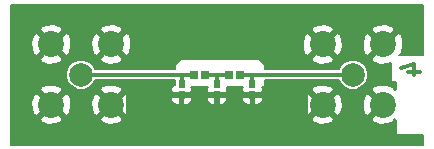
<source format=gbl>
G04 #@! TF.FileFunction,Copper,L4,Bot,Signal*
%FSLAX46Y46*%
G04 Gerber Fmt 4.6, Leading zero omitted, Abs format (unit mm)*
G04 Created by KiCad (PCBNEW (2015-02-20 BZR 5435)-product) date Sun 22 Feb 2015 03:58:16 PM EST*
%MOMM*%
G01*
G04 APERTURE LIST*
%ADD10C,0.100000*%
%ADD11C,0.300000*%
%ADD12C,2.000000*%
%ADD13C,2.200000*%
%ADD14R,0.600000X0.650000*%
%ADD15R,0.650000X0.700000*%
%ADD16C,0.600000*%
%ADD17C,0.341000*%
%ADD18C,0.150000*%
G04 APERTURE END LIST*
D10*
D11*
X131678571Y-75785715D02*
X132678571Y-75785715D01*
X131107143Y-75428572D02*
X132178571Y-75071429D01*
X132178571Y-76000001D01*
D12*
X104000000Y-76000000D03*
D13*
X101450000Y-73450000D03*
X106550000Y-73450000D03*
X101450000Y-78550000D03*
X106550000Y-78550000D03*
D12*
X127000000Y-76000000D03*
D13*
X124450000Y-73450000D03*
X129550000Y-73450000D03*
X124450000Y-78550000D03*
X129550000Y-78550000D03*
D14*
X112500000Y-76800000D03*
X112500000Y-77700000D03*
X115500000Y-76800000D03*
X115500000Y-77700000D03*
X118500000Y-76800000D03*
X118500000Y-77700000D03*
D15*
X114450000Y-76000000D03*
X113550000Y-76000000D03*
X117450000Y-76000000D03*
X116550000Y-76000000D03*
D16*
X99000000Y-81000000D03*
X102000000Y-81000000D03*
X105000000Y-81000000D03*
X108000000Y-81000000D03*
X111000000Y-81000000D03*
X114000000Y-81000000D03*
X117000000Y-81000000D03*
X120000000Y-81000000D03*
X123000000Y-81000000D03*
X126000000Y-81000000D03*
X129000000Y-81000000D03*
X132000000Y-71000000D03*
X129000000Y-71000000D03*
X126000000Y-71000000D03*
X123000000Y-71000000D03*
X120000000Y-71000000D03*
X117000000Y-71000000D03*
X114000000Y-71000000D03*
X111000000Y-71000000D03*
X108000000Y-71000000D03*
X105000000Y-71000000D03*
X105000000Y-71000000D03*
X102000000Y-71000000D03*
X99000000Y-71000000D03*
X99000000Y-76000000D03*
X111000000Y-73000000D03*
X114000000Y-73000000D03*
X117000000Y-73000000D03*
X120000000Y-73000000D03*
X111000000Y-79000000D03*
X114000000Y-79000000D03*
X117000000Y-79000000D03*
X120000000Y-79000000D03*
X108000000Y-75000000D03*
X108000000Y-77000000D03*
X123000000Y-75000000D03*
X123000000Y-77000000D03*
X132000000Y-73750000D03*
X130250000Y-81000000D03*
D17*
X112500000Y-76800000D02*
X112500000Y-76018745D01*
X112518745Y-76000000D02*
X104000000Y-76000000D01*
X112500000Y-76018745D02*
X112518745Y-76000000D01*
X113550000Y-76000000D02*
X112518745Y-76000000D01*
X118500000Y-76076045D02*
X118576045Y-76000000D01*
X118500000Y-76800000D02*
X118500000Y-76076045D01*
X118576045Y-76000000D02*
X127000000Y-76000000D01*
X117450000Y-76000000D02*
X118576045Y-76000000D01*
X132000000Y-71000000D02*
X129000000Y-71000000D01*
X126000000Y-71000000D02*
X123000000Y-71000000D01*
X120000000Y-71000000D02*
X117000000Y-71000000D01*
X114000000Y-71000000D02*
X111000000Y-71000000D01*
X108000000Y-71000000D02*
X105000000Y-71000000D01*
X102000000Y-71000000D02*
X99000000Y-71000000D01*
X111000000Y-73000000D02*
X114000000Y-73000000D01*
X117000000Y-73000000D02*
X120000000Y-73000000D01*
X111000000Y-79000000D02*
X114000000Y-79000000D01*
X117000000Y-79000000D02*
X120000000Y-79000000D01*
X108000000Y-81000000D02*
X108000000Y-77000000D01*
X123000000Y-81000000D02*
X123000000Y-77000000D01*
X115500000Y-76036578D02*
X115463422Y-76000000D01*
X115500000Y-76800000D02*
X115500000Y-76036578D01*
X115463422Y-76000000D02*
X116550000Y-76000000D01*
X114450000Y-76000000D02*
X115463422Y-76000000D01*
D18*
G36*
X132925000Y-81925000D02*
X130526505Y-81925000D01*
X126151243Y-81925000D01*
X126151243Y-78774346D01*
X126107597Y-78106231D01*
X125935890Y-77691694D01*
X125679649Y-77573495D01*
X125426505Y-77826639D01*
X125426505Y-77320351D01*
X125308306Y-77064110D01*
X124674346Y-76848757D01*
X124006231Y-76892403D01*
X123591694Y-77064110D01*
X123473495Y-77320351D01*
X124450000Y-78296856D01*
X125426505Y-77320351D01*
X125426505Y-77826639D01*
X124703144Y-78550000D01*
X125679649Y-79526505D01*
X125935890Y-79408306D01*
X126151243Y-78774346D01*
X126151243Y-81925000D01*
X125426505Y-81925000D01*
X125426505Y-79779649D01*
X124450000Y-78803144D01*
X124196856Y-79056288D01*
X124196856Y-78550000D01*
X123220351Y-77573495D01*
X122964110Y-77691694D01*
X122748757Y-78325654D01*
X122792403Y-78993769D01*
X122964110Y-79408306D01*
X123220351Y-79526505D01*
X124196856Y-78550000D01*
X124196856Y-79056288D01*
X123473495Y-79779649D01*
X123591694Y-80035890D01*
X124225654Y-80251243D01*
X124893769Y-80207597D01*
X125308306Y-80035890D01*
X125426505Y-79779649D01*
X125426505Y-81925000D01*
X119383000Y-81925000D01*
X119383000Y-78140966D01*
X119383000Y-78008250D01*
X119237250Y-77862500D01*
X118650000Y-77862500D01*
X118650000Y-78462250D01*
X118795750Y-78608000D01*
X118915966Y-78608000D01*
X119130243Y-78519244D01*
X119294244Y-78355243D01*
X119383000Y-78140966D01*
X119383000Y-81925000D01*
X118350000Y-81925000D01*
X118350000Y-78462250D01*
X118350000Y-77862500D01*
X117762750Y-77862500D01*
X117617000Y-78008250D01*
X117617000Y-78140966D01*
X117705756Y-78355243D01*
X117869757Y-78519244D01*
X118084034Y-78608000D01*
X118204250Y-78608000D01*
X118350000Y-78462250D01*
X118350000Y-81925000D01*
X116383000Y-81925000D01*
X116383000Y-78140966D01*
X116383000Y-78008250D01*
X116237250Y-77862500D01*
X115650000Y-77862500D01*
X115650000Y-78462250D01*
X115795750Y-78608000D01*
X115915966Y-78608000D01*
X116130243Y-78519244D01*
X116294244Y-78355243D01*
X116383000Y-78140966D01*
X116383000Y-81925000D01*
X115350000Y-81925000D01*
X115350000Y-78462250D01*
X115350000Y-77862500D01*
X114762750Y-77862500D01*
X114617000Y-78008250D01*
X114617000Y-78140966D01*
X114705756Y-78355243D01*
X114869757Y-78519244D01*
X115084034Y-78608000D01*
X115204250Y-78608000D01*
X115350000Y-78462250D01*
X115350000Y-81925000D01*
X113383000Y-81925000D01*
X113383000Y-78140966D01*
X113383000Y-78008250D01*
X113237250Y-77862500D01*
X112650000Y-77862500D01*
X112650000Y-78462250D01*
X112795750Y-78608000D01*
X112915966Y-78608000D01*
X113130243Y-78519244D01*
X113294244Y-78355243D01*
X113383000Y-78140966D01*
X113383000Y-81925000D01*
X112350000Y-81925000D01*
X112350000Y-78462250D01*
X112350000Y-77862500D01*
X111762750Y-77862500D01*
X111617000Y-78008250D01*
X111617000Y-78140966D01*
X111705756Y-78355243D01*
X111869757Y-78519244D01*
X112084034Y-78608000D01*
X112204250Y-78608000D01*
X112350000Y-78462250D01*
X112350000Y-81925000D01*
X108251243Y-81925000D01*
X108251243Y-78774346D01*
X108207597Y-78106231D01*
X108035890Y-77691694D01*
X107779649Y-77573495D01*
X107526505Y-77826639D01*
X107526505Y-77320351D01*
X107408306Y-77064110D01*
X106774346Y-76848757D01*
X106106231Y-76892403D01*
X105691694Y-77064110D01*
X105573495Y-77320351D01*
X106550000Y-78296856D01*
X107526505Y-77320351D01*
X107526505Y-77826639D01*
X106803144Y-78550000D01*
X107779649Y-79526505D01*
X108035890Y-79408306D01*
X108251243Y-78774346D01*
X108251243Y-81925000D01*
X107526505Y-81925000D01*
X107526505Y-79779649D01*
X106550000Y-78803144D01*
X106296856Y-79056288D01*
X106296856Y-78550000D01*
X105320351Y-77573495D01*
X105064110Y-77691694D01*
X104848757Y-78325654D01*
X104892403Y-78993769D01*
X105064110Y-79408306D01*
X105320351Y-79526505D01*
X106296856Y-78550000D01*
X106296856Y-79056288D01*
X105573495Y-79779649D01*
X105691694Y-80035890D01*
X106325654Y-80251243D01*
X106993769Y-80207597D01*
X107408306Y-80035890D01*
X107526505Y-79779649D01*
X107526505Y-81925000D01*
X103151243Y-81925000D01*
X103151243Y-78774346D01*
X103107597Y-78106231D01*
X102935890Y-77691694D01*
X102679649Y-77573495D01*
X102426505Y-77826639D01*
X102426505Y-77320351D01*
X102426505Y-74679649D01*
X101450000Y-73703144D01*
X101196856Y-73956288D01*
X101196856Y-73450000D01*
X100220351Y-72473495D01*
X99964110Y-72591694D01*
X99748757Y-73225654D01*
X99792403Y-73893769D01*
X99964110Y-74308306D01*
X100220351Y-74426505D01*
X101196856Y-73450000D01*
X101196856Y-73956288D01*
X100473495Y-74679649D01*
X100591694Y-74935890D01*
X101225654Y-75151243D01*
X101893769Y-75107597D01*
X102308306Y-74935890D01*
X102426505Y-74679649D01*
X102426505Y-77320351D01*
X102308306Y-77064110D01*
X101674346Y-76848757D01*
X101006231Y-76892403D01*
X100591694Y-77064110D01*
X100473495Y-77320351D01*
X101450000Y-78296856D01*
X102426505Y-77320351D01*
X102426505Y-77826639D01*
X101703144Y-78550000D01*
X102679649Y-79526505D01*
X102935890Y-79408306D01*
X103151243Y-78774346D01*
X103151243Y-81925000D01*
X102426505Y-81925000D01*
X102426505Y-79779649D01*
X101450000Y-78803144D01*
X101196856Y-79056288D01*
X101196856Y-78550000D01*
X100220351Y-77573495D01*
X99964110Y-77691694D01*
X99748757Y-78325654D01*
X99792403Y-78993769D01*
X99964110Y-79408306D01*
X100220351Y-79526505D01*
X101196856Y-78550000D01*
X101196856Y-79056288D01*
X100473495Y-79779649D01*
X100591694Y-80035890D01*
X101225654Y-80251243D01*
X101893769Y-80207597D01*
X102308306Y-80035890D01*
X102426505Y-79779649D01*
X102426505Y-81925000D01*
X98075000Y-81925000D01*
X98075000Y-70075000D01*
X132925000Y-70075000D01*
X132925000Y-74360714D01*
X130922275Y-74360714D01*
X131035890Y-74308306D01*
X131251243Y-73674346D01*
X131207597Y-73006231D01*
X131035890Y-72591694D01*
X130779649Y-72473495D01*
X130526505Y-72726639D01*
X130526505Y-72220351D01*
X130408306Y-71964110D01*
X129774346Y-71748757D01*
X129106231Y-71792403D01*
X128691694Y-71964110D01*
X128573495Y-72220351D01*
X129550000Y-73196856D01*
X130526505Y-72220351D01*
X130526505Y-72726639D01*
X129803144Y-73450000D01*
X129817286Y-73464142D01*
X129564142Y-73717286D01*
X129550000Y-73703144D01*
X129296856Y-73956288D01*
X129296856Y-73450000D01*
X128320351Y-72473495D01*
X128064110Y-72591694D01*
X127848757Y-73225654D01*
X127892403Y-73893769D01*
X128064110Y-74308306D01*
X128320351Y-74426505D01*
X129296856Y-73450000D01*
X129296856Y-73956288D01*
X128573495Y-74679649D01*
X128691694Y-74935890D01*
X129325654Y-75151243D01*
X129993769Y-75107597D01*
X130225000Y-75011817D01*
X130225000Y-76639285D01*
X130675000Y-76639285D01*
X130675000Y-77250327D01*
X130635763Y-77211090D01*
X130526504Y-77320348D01*
X130408306Y-77064110D01*
X129774346Y-76848757D01*
X129106231Y-76892403D01*
X128691694Y-77064110D01*
X128573495Y-77320351D01*
X129550000Y-78296856D01*
X129564142Y-78282713D01*
X129817286Y-78535857D01*
X129803144Y-78550000D01*
X129817286Y-78564142D01*
X129564142Y-78817286D01*
X129550000Y-78803144D01*
X129296856Y-79056288D01*
X129296856Y-78550000D01*
X128320351Y-77573495D01*
X128275221Y-77594312D01*
X128275221Y-75747499D01*
X128081523Y-75278714D01*
X127723173Y-74919738D01*
X127254726Y-74725222D01*
X126747499Y-74724779D01*
X126278714Y-74918477D01*
X126151243Y-75045725D01*
X126151243Y-73674346D01*
X126107597Y-73006231D01*
X125935890Y-72591694D01*
X125679649Y-72473495D01*
X125426505Y-72726639D01*
X125426505Y-72220351D01*
X125308306Y-71964110D01*
X124674346Y-71748757D01*
X124006231Y-71792403D01*
X123591694Y-71964110D01*
X123473495Y-72220351D01*
X124450000Y-73196856D01*
X125426505Y-72220351D01*
X125426505Y-72726639D01*
X124703144Y-73450000D01*
X125679649Y-74426505D01*
X125935890Y-74308306D01*
X126151243Y-73674346D01*
X126151243Y-75045725D01*
X125919738Y-75276827D01*
X125804438Y-75554500D01*
X125426505Y-75554500D01*
X125426505Y-74679649D01*
X124450000Y-73703144D01*
X124196856Y-73956288D01*
X124196856Y-73450000D01*
X123220351Y-72473495D01*
X122964110Y-72591694D01*
X122748757Y-73225654D01*
X122792403Y-73893769D01*
X122964110Y-74308306D01*
X123220351Y-74426505D01*
X124196856Y-73450000D01*
X124196856Y-73956288D01*
X123473495Y-74679649D01*
X123591694Y-74935890D01*
X124225654Y-75151243D01*
X124893769Y-75107597D01*
X125308306Y-74935890D01*
X125426505Y-74679649D01*
X125426505Y-75554500D01*
X119575000Y-75554500D01*
X119575000Y-75218934D01*
X119031066Y-74675000D01*
X112468934Y-74675000D01*
X111925000Y-75218934D01*
X111925000Y-75554500D01*
X108251243Y-75554500D01*
X108251243Y-73674346D01*
X108207597Y-73006231D01*
X108035890Y-72591694D01*
X107779649Y-72473495D01*
X107526505Y-72726639D01*
X107526505Y-72220351D01*
X107408306Y-71964110D01*
X106774346Y-71748757D01*
X106106231Y-71792403D01*
X105691694Y-71964110D01*
X105573495Y-72220351D01*
X106550000Y-73196856D01*
X107526505Y-72220351D01*
X107526505Y-72726639D01*
X106803144Y-73450000D01*
X107779649Y-74426505D01*
X108035890Y-74308306D01*
X108251243Y-73674346D01*
X108251243Y-75554500D01*
X107526505Y-75554500D01*
X107526505Y-74679649D01*
X106550000Y-73703144D01*
X106296856Y-73956288D01*
X106296856Y-73450000D01*
X105320351Y-72473495D01*
X105064110Y-72591694D01*
X104848757Y-73225654D01*
X104892403Y-73893769D01*
X105064110Y-74308306D01*
X105320351Y-74426505D01*
X106296856Y-73450000D01*
X106296856Y-73956288D01*
X105573495Y-74679649D01*
X105691694Y-74935890D01*
X106325654Y-75151243D01*
X106993769Y-75107597D01*
X107408306Y-74935890D01*
X107526505Y-74679649D01*
X107526505Y-75554500D01*
X105195475Y-75554500D01*
X105081523Y-75278714D01*
X104723173Y-74919738D01*
X104254726Y-74725222D01*
X103747499Y-74724779D01*
X103278714Y-74918477D01*
X103151243Y-75045725D01*
X103151243Y-73674346D01*
X103107597Y-73006231D01*
X102935890Y-72591694D01*
X102679649Y-72473495D01*
X102426505Y-72726639D01*
X102426505Y-72220351D01*
X102308306Y-71964110D01*
X101674346Y-71748757D01*
X101006231Y-71792403D01*
X100591694Y-71964110D01*
X100473495Y-72220351D01*
X101450000Y-73196856D01*
X102426505Y-72220351D01*
X102426505Y-72726639D01*
X101703144Y-73450000D01*
X102679649Y-74426505D01*
X102935890Y-74308306D01*
X103151243Y-73674346D01*
X103151243Y-75045725D01*
X102919738Y-75276827D01*
X102725222Y-75745274D01*
X102724779Y-76252501D01*
X102918477Y-76721286D01*
X103276827Y-77080262D01*
X103745274Y-77274778D01*
X104252501Y-77275221D01*
X104721286Y-77081523D01*
X105080262Y-76723173D01*
X105195561Y-76445500D01*
X111925000Y-76445500D01*
X111925000Y-76448134D01*
X111919612Y-76475000D01*
X111919612Y-76860105D01*
X111869757Y-76880756D01*
X111705756Y-77044757D01*
X111617000Y-77259034D01*
X111617000Y-77391750D01*
X111762750Y-77537500D01*
X112350000Y-77537500D01*
X112350000Y-77501000D01*
X112650000Y-77501000D01*
X112650000Y-77537500D01*
X113237250Y-77537500D01*
X113383000Y-77391750D01*
X113383000Y-77259034D01*
X113306770Y-77075000D01*
X114693229Y-77075000D01*
X114617000Y-77259034D01*
X114617000Y-77391750D01*
X114762750Y-77537500D01*
X115350000Y-77537500D01*
X115350000Y-77501000D01*
X115650000Y-77501000D01*
X115650000Y-77537500D01*
X116237250Y-77537500D01*
X116383000Y-77391750D01*
X116383000Y-77259034D01*
X116306770Y-77075000D01*
X117693229Y-77075000D01*
X117617000Y-77259034D01*
X117617000Y-77391750D01*
X117762750Y-77537500D01*
X118350000Y-77537500D01*
X118350000Y-77501000D01*
X118650000Y-77501000D01*
X118650000Y-77537500D01*
X119237250Y-77537500D01*
X119383000Y-77391750D01*
X119383000Y-77259034D01*
X119306770Y-77075000D01*
X119575000Y-77075000D01*
X119575000Y-76445500D01*
X125804524Y-76445500D01*
X125918477Y-76721286D01*
X126276827Y-77080262D01*
X126745274Y-77274778D01*
X127252501Y-77275221D01*
X127721286Y-77081523D01*
X128080262Y-76723173D01*
X128274778Y-76254726D01*
X128275221Y-75747499D01*
X128275221Y-77594312D01*
X128064110Y-77691694D01*
X127848757Y-78325654D01*
X127892403Y-78993769D01*
X128064110Y-79408306D01*
X128320351Y-79526505D01*
X129296856Y-78550000D01*
X129296856Y-79056288D01*
X128573495Y-79779649D01*
X128691694Y-80035890D01*
X129325654Y-80251243D01*
X129993769Y-80207597D01*
X130408306Y-80035890D01*
X130526504Y-79779651D01*
X130526505Y-79779652D01*
X130635763Y-79888910D01*
X130675000Y-79849673D01*
X130675000Y-81075000D01*
X132925000Y-81075000D01*
X132925000Y-81925000D01*
X132925000Y-81925000D01*
G37*
X132925000Y-81925000D02*
X130526505Y-81925000D01*
X126151243Y-81925000D01*
X126151243Y-78774346D01*
X126107597Y-78106231D01*
X125935890Y-77691694D01*
X125679649Y-77573495D01*
X125426505Y-77826639D01*
X125426505Y-77320351D01*
X125308306Y-77064110D01*
X124674346Y-76848757D01*
X124006231Y-76892403D01*
X123591694Y-77064110D01*
X123473495Y-77320351D01*
X124450000Y-78296856D01*
X125426505Y-77320351D01*
X125426505Y-77826639D01*
X124703144Y-78550000D01*
X125679649Y-79526505D01*
X125935890Y-79408306D01*
X126151243Y-78774346D01*
X126151243Y-81925000D01*
X125426505Y-81925000D01*
X125426505Y-79779649D01*
X124450000Y-78803144D01*
X124196856Y-79056288D01*
X124196856Y-78550000D01*
X123220351Y-77573495D01*
X122964110Y-77691694D01*
X122748757Y-78325654D01*
X122792403Y-78993769D01*
X122964110Y-79408306D01*
X123220351Y-79526505D01*
X124196856Y-78550000D01*
X124196856Y-79056288D01*
X123473495Y-79779649D01*
X123591694Y-80035890D01*
X124225654Y-80251243D01*
X124893769Y-80207597D01*
X125308306Y-80035890D01*
X125426505Y-79779649D01*
X125426505Y-81925000D01*
X119383000Y-81925000D01*
X119383000Y-78140966D01*
X119383000Y-78008250D01*
X119237250Y-77862500D01*
X118650000Y-77862500D01*
X118650000Y-78462250D01*
X118795750Y-78608000D01*
X118915966Y-78608000D01*
X119130243Y-78519244D01*
X119294244Y-78355243D01*
X119383000Y-78140966D01*
X119383000Y-81925000D01*
X118350000Y-81925000D01*
X118350000Y-78462250D01*
X118350000Y-77862500D01*
X117762750Y-77862500D01*
X117617000Y-78008250D01*
X117617000Y-78140966D01*
X117705756Y-78355243D01*
X117869757Y-78519244D01*
X118084034Y-78608000D01*
X118204250Y-78608000D01*
X118350000Y-78462250D01*
X118350000Y-81925000D01*
X116383000Y-81925000D01*
X116383000Y-78140966D01*
X116383000Y-78008250D01*
X116237250Y-77862500D01*
X115650000Y-77862500D01*
X115650000Y-78462250D01*
X115795750Y-78608000D01*
X115915966Y-78608000D01*
X116130243Y-78519244D01*
X116294244Y-78355243D01*
X116383000Y-78140966D01*
X116383000Y-81925000D01*
X115350000Y-81925000D01*
X115350000Y-78462250D01*
X115350000Y-77862500D01*
X114762750Y-77862500D01*
X114617000Y-78008250D01*
X114617000Y-78140966D01*
X114705756Y-78355243D01*
X114869757Y-78519244D01*
X115084034Y-78608000D01*
X115204250Y-78608000D01*
X115350000Y-78462250D01*
X115350000Y-81925000D01*
X113383000Y-81925000D01*
X113383000Y-78140966D01*
X113383000Y-78008250D01*
X113237250Y-77862500D01*
X112650000Y-77862500D01*
X112650000Y-78462250D01*
X112795750Y-78608000D01*
X112915966Y-78608000D01*
X113130243Y-78519244D01*
X113294244Y-78355243D01*
X113383000Y-78140966D01*
X113383000Y-81925000D01*
X112350000Y-81925000D01*
X112350000Y-78462250D01*
X112350000Y-77862500D01*
X111762750Y-77862500D01*
X111617000Y-78008250D01*
X111617000Y-78140966D01*
X111705756Y-78355243D01*
X111869757Y-78519244D01*
X112084034Y-78608000D01*
X112204250Y-78608000D01*
X112350000Y-78462250D01*
X112350000Y-81925000D01*
X108251243Y-81925000D01*
X108251243Y-78774346D01*
X108207597Y-78106231D01*
X108035890Y-77691694D01*
X107779649Y-77573495D01*
X107526505Y-77826639D01*
X107526505Y-77320351D01*
X107408306Y-77064110D01*
X106774346Y-76848757D01*
X106106231Y-76892403D01*
X105691694Y-77064110D01*
X105573495Y-77320351D01*
X106550000Y-78296856D01*
X107526505Y-77320351D01*
X107526505Y-77826639D01*
X106803144Y-78550000D01*
X107779649Y-79526505D01*
X108035890Y-79408306D01*
X108251243Y-78774346D01*
X108251243Y-81925000D01*
X107526505Y-81925000D01*
X107526505Y-79779649D01*
X106550000Y-78803144D01*
X106296856Y-79056288D01*
X106296856Y-78550000D01*
X105320351Y-77573495D01*
X105064110Y-77691694D01*
X104848757Y-78325654D01*
X104892403Y-78993769D01*
X105064110Y-79408306D01*
X105320351Y-79526505D01*
X106296856Y-78550000D01*
X106296856Y-79056288D01*
X105573495Y-79779649D01*
X105691694Y-80035890D01*
X106325654Y-80251243D01*
X106993769Y-80207597D01*
X107408306Y-80035890D01*
X107526505Y-79779649D01*
X107526505Y-81925000D01*
X103151243Y-81925000D01*
X103151243Y-78774346D01*
X103107597Y-78106231D01*
X102935890Y-77691694D01*
X102679649Y-77573495D01*
X102426505Y-77826639D01*
X102426505Y-77320351D01*
X102426505Y-74679649D01*
X101450000Y-73703144D01*
X101196856Y-73956288D01*
X101196856Y-73450000D01*
X100220351Y-72473495D01*
X99964110Y-72591694D01*
X99748757Y-73225654D01*
X99792403Y-73893769D01*
X99964110Y-74308306D01*
X100220351Y-74426505D01*
X101196856Y-73450000D01*
X101196856Y-73956288D01*
X100473495Y-74679649D01*
X100591694Y-74935890D01*
X101225654Y-75151243D01*
X101893769Y-75107597D01*
X102308306Y-74935890D01*
X102426505Y-74679649D01*
X102426505Y-77320351D01*
X102308306Y-77064110D01*
X101674346Y-76848757D01*
X101006231Y-76892403D01*
X100591694Y-77064110D01*
X100473495Y-77320351D01*
X101450000Y-78296856D01*
X102426505Y-77320351D01*
X102426505Y-77826639D01*
X101703144Y-78550000D01*
X102679649Y-79526505D01*
X102935890Y-79408306D01*
X103151243Y-78774346D01*
X103151243Y-81925000D01*
X102426505Y-81925000D01*
X102426505Y-79779649D01*
X101450000Y-78803144D01*
X101196856Y-79056288D01*
X101196856Y-78550000D01*
X100220351Y-77573495D01*
X99964110Y-77691694D01*
X99748757Y-78325654D01*
X99792403Y-78993769D01*
X99964110Y-79408306D01*
X100220351Y-79526505D01*
X101196856Y-78550000D01*
X101196856Y-79056288D01*
X100473495Y-79779649D01*
X100591694Y-80035890D01*
X101225654Y-80251243D01*
X101893769Y-80207597D01*
X102308306Y-80035890D01*
X102426505Y-79779649D01*
X102426505Y-81925000D01*
X98075000Y-81925000D01*
X98075000Y-70075000D01*
X132925000Y-70075000D01*
X132925000Y-74360714D01*
X130922275Y-74360714D01*
X131035890Y-74308306D01*
X131251243Y-73674346D01*
X131207597Y-73006231D01*
X131035890Y-72591694D01*
X130779649Y-72473495D01*
X130526505Y-72726639D01*
X130526505Y-72220351D01*
X130408306Y-71964110D01*
X129774346Y-71748757D01*
X129106231Y-71792403D01*
X128691694Y-71964110D01*
X128573495Y-72220351D01*
X129550000Y-73196856D01*
X130526505Y-72220351D01*
X130526505Y-72726639D01*
X129803144Y-73450000D01*
X129817286Y-73464142D01*
X129564142Y-73717286D01*
X129550000Y-73703144D01*
X129296856Y-73956288D01*
X129296856Y-73450000D01*
X128320351Y-72473495D01*
X128064110Y-72591694D01*
X127848757Y-73225654D01*
X127892403Y-73893769D01*
X128064110Y-74308306D01*
X128320351Y-74426505D01*
X129296856Y-73450000D01*
X129296856Y-73956288D01*
X128573495Y-74679649D01*
X128691694Y-74935890D01*
X129325654Y-75151243D01*
X129993769Y-75107597D01*
X130225000Y-75011817D01*
X130225000Y-76639285D01*
X130675000Y-76639285D01*
X130675000Y-77250327D01*
X130635763Y-77211090D01*
X130526504Y-77320348D01*
X130408306Y-77064110D01*
X129774346Y-76848757D01*
X129106231Y-76892403D01*
X128691694Y-77064110D01*
X128573495Y-77320351D01*
X129550000Y-78296856D01*
X129564142Y-78282713D01*
X129817286Y-78535857D01*
X129803144Y-78550000D01*
X129817286Y-78564142D01*
X129564142Y-78817286D01*
X129550000Y-78803144D01*
X129296856Y-79056288D01*
X129296856Y-78550000D01*
X128320351Y-77573495D01*
X128275221Y-77594312D01*
X128275221Y-75747499D01*
X128081523Y-75278714D01*
X127723173Y-74919738D01*
X127254726Y-74725222D01*
X126747499Y-74724779D01*
X126278714Y-74918477D01*
X126151243Y-75045725D01*
X126151243Y-73674346D01*
X126107597Y-73006231D01*
X125935890Y-72591694D01*
X125679649Y-72473495D01*
X125426505Y-72726639D01*
X125426505Y-72220351D01*
X125308306Y-71964110D01*
X124674346Y-71748757D01*
X124006231Y-71792403D01*
X123591694Y-71964110D01*
X123473495Y-72220351D01*
X124450000Y-73196856D01*
X125426505Y-72220351D01*
X125426505Y-72726639D01*
X124703144Y-73450000D01*
X125679649Y-74426505D01*
X125935890Y-74308306D01*
X126151243Y-73674346D01*
X126151243Y-75045725D01*
X125919738Y-75276827D01*
X125804438Y-75554500D01*
X125426505Y-75554500D01*
X125426505Y-74679649D01*
X124450000Y-73703144D01*
X124196856Y-73956288D01*
X124196856Y-73450000D01*
X123220351Y-72473495D01*
X122964110Y-72591694D01*
X122748757Y-73225654D01*
X122792403Y-73893769D01*
X122964110Y-74308306D01*
X123220351Y-74426505D01*
X124196856Y-73450000D01*
X124196856Y-73956288D01*
X123473495Y-74679649D01*
X123591694Y-74935890D01*
X124225654Y-75151243D01*
X124893769Y-75107597D01*
X125308306Y-74935890D01*
X125426505Y-74679649D01*
X125426505Y-75554500D01*
X119575000Y-75554500D01*
X119575000Y-75218934D01*
X119031066Y-74675000D01*
X112468934Y-74675000D01*
X111925000Y-75218934D01*
X111925000Y-75554500D01*
X108251243Y-75554500D01*
X108251243Y-73674346D01*
X108207597Y-73006231D01*
X108035890Y-72591694D01*
X107779649Y-72473495D01*
X107526505Y-72726639D01*
X107526505Y-72220351D01*
X107408306Y-71964110D01*
X106774346Y-71748757D01*
X106106231Y-71792403D01*
X105691694Y-71964110D01*
X105573495Y-72220351D01*
X106550000Y-73196856D01*
X107526505Y-72220351D01*
X107526505Y-72726639D01*
X106803144Y-73450000D01*
X107779649Y-74426505D01*
X108035890Y-74308306D01*
X108251243Y-73674346D01*
X108251243Y-75554500D01*
X107526505Y-75554500D01*
X107526505Y-74679649D01*
X106550000Y-73703144D01*
X106296856Y-73956288D01*
X106296856Y-73450000D01*
X105320351Y-72473495D01*
X105064110Y-72591694D01*
X104848757Y-73225654D01*
X104892403Y-73893769D01*
X105064110Y-74308306D01*
X105320351Y-74426505D01*
X106296856Y-73450000D01*
X106296856Y-73956288D01*
X105573495Y-74679649D01*
X105691694Y-74935890D01*
X106325654Y-75151243D01*
X106993769Y-75107597D01*
X107408306Y-74935890D01*
X107526505Y-74679649D01*
X107526505Y-75554500D01*
X105195475Y-75554500D01*
X105081523Y-75278714D01*
X104723173Y-74919738D01*
X104254726Y-74725222D01*
X103747499Y-74724779D01*
X103278714Y-74918477D01*
X103151243Y-75045725D01*
X103151243Y-73674346D01*
X103107597Y-73006231D01*
X102935890Y-72591694D01*
X102679649Y-72473495D01*
X102426505Y-72726639D01*
X102426505Y-72220351D01*
X102308306Y-71964110D01*
X101674346Y-71748757D01*
X101006231Y-71792403D01*
X100591694Y-71964110D01*
X100473495Y-72220351D01*
X101450000Y-73196856D01*
X102426505Y-72220351D01*
X102426505Y-72726639D01*
X101703144Y-73450000D01*
X102679649Y-74426505D01*
X102935890Y-74308306D01*
X103151243Y-73674346D01*
X103151243Y-75045725D01*
X102919738Y-75276827D01*
X102725222Y-75745274D01*
X102724779Y-76252501D01*
X102918477Y-76721286D01*
X103276827Y-77080262D01*
X103745274Y-77274778D01*
X104252501Y-77275221D01*
X104721286Y-77081523D01*
X105080262Y-76723173D01*
X105195561Y-76445500D01*
X111925000Y-76445500D01*
X111925000Y-76448134D01*
X111919612Y-76475000D01*
X111919612Y-76860105D01*
X111869757Y-76880756D01*
X111705756Y-77044757D01*
X111617000Y-77259034D01*
X111617000Y-77391750D01*
X111762750Y-77537500D01*
X112350000Y-77537500D01*
X112350000Y-77501000D01*
X112650000Y-77501000D01*
X112650000Y-77537500D01*
X113237250Y-77537500D01*
X113383000Y-77391750D01*
X113383000Y-77259034D01*
X113306770Y-77075000D01*
X114693229Y-77075000D01*
X114617000Y-77259034D01*
X114617000Y-77391750D01*
X114762750Y-77537500D01*
X115350000Y-77537500D01*
X115350000Y-77501000D01*
X115650000Y-77501000D01*
X115650000Y-77537500D01*
X116237250Y-77537500D01*
X116383000Y-77391750D01*
X116383000Y-77259034D01*
X116306770Y-77075000D01*
X117693229Y-77075000D01*
X117617000Y-77259034D01*
X117617000Y-77391750D01*
X117762750Y-77537500D01*
X118350000Y-77537500D01*
X118350000Y-77501000D01*
X118650000Y-77501000D01*
X118650000Y-77537500D01*
X119237250Y-77537500D01*
X119383000Y-77391750D01*
X119383000Y-77259034D01*
X119306770Y-77075000D01*
X119575000Y-77075000D01*
X119575000Y-76445500D01*
X125804524Y-76445500D01*
X125918477Y-76721286D01*
X126276827Y-77080262D01*
X126745274Y-77274778D01*
X127252501Y-77275221D01*
X127721286Y-77081523D01*
X128080262Y-76723173D01*
X128274778Y-76254726D01*
X128275221Y-75747499D01*
X128275221Y-77594312D01*
X128064110Y-77691694D01*
X127848757Y-78325654D01*
X127892403Y-78993769D01*
X128064110Y-79408306D01*
X128320351Y-79526505D01*
X129296856Y-78550000D01*
X129296856Y-79056288D01*
X128573495Y-79779649D01*
X128691694Y-80035890D01*
X129325654Y-80251243D01*
X129993769Y-80207597D01*
X130408306Y-80035890D01*
X130526504Y-79779651D01*
X130526505Y-79779652D01*
X130635763Y-79888910D01*
X130675000Y-79849673D01*
X130675000Y-81075000D01*
X132925000Y-81075000D01*
X132925000Y-81925000D01*
M02*

</source>
